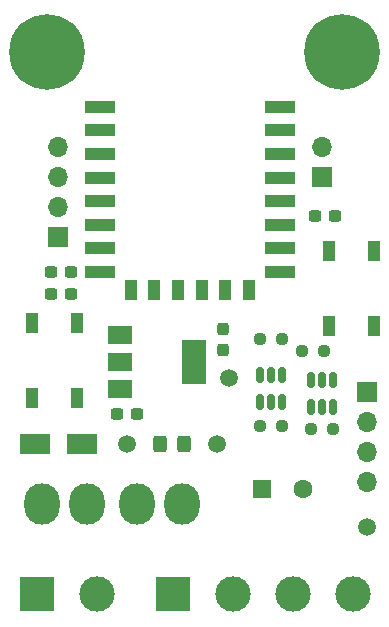
<source format=gts>
%TF.GenerationSoftware,KiCad,Pcbnew,(6.0.5)*%
%TF.CreationDate,2023-06-01T20:28:18+03:00*%
%TF.ProjectId,led-controller,6c65642d-636f-46e7-9472-6f6c6c65722e,rev?*%
%TF.SameCoordinates,Original*%
%TF.FileFunction,Soldermask,Top*%
%TF.FilePolarity,Negative*%
%FSLAX46Y46*%
G04 Gerber Fmt 4.6, Leading zero omitted, Abs format (unit mm)*
G04 Created by KiCad (PCBNEW (6.0.5)) date 2023-06-01 20:28:18*
%MOMM*%
%LPD*%
G01*
G04 APERTURE LIST*
G04 Aperture macros list*
%AMRoundRect*
0 Rectangle with rounded corners*
0 $1 Rounding radius*
0 $2 $3 $4 $5 $6 $7 $8 $9 X,Y pos of 4 corners*
0 Add a 4 corners polygon primitive as box body*
4,1,4,$2,$3,$4,$5,$6,$7,$8,$9,$2,$3,0*
0 Add four circle primitives for the rounded corners*
1,1,$1+$1,$2,$3*
1,1,$1+$1,$4,$5*
1,1,$1+$1,$6,$7*
1,1,$1+$1,$8,$9*
0 Add four rect primitives between the rounded corners*
20,1,$1+$1,$2,$3,$4,$5,0*
20,1,$1+$1,$4,$5,$6,$7,0*
20,1,$1+$1,$6,$7,$8,$9,0*
20,1,$1+$1,$8,$9,$2,$3,0*%
G04 Aperture macros list end*
%ADD10RoundRect,0.237500X-0.300000X-0.237500X0.300000X-0.237500X0.300000X0.237500X-0.300000X0.237500X0*%
%ADD11R,1.700000X1.700000*%
%ADD12O,1.700000X1.700000*%
%ADD13RoundRect,0.237500X-0.250000X-0.237500X0.250000X-0.237500X0.250000X0.237500X-0.250000X0.237500X0*%
%ADD14RoundRect,0.237500X0.237500X-0.300000X0.237500X0.300000X-0.237500X0.300000X-0.237500X-0.300000X0*%
%ADD15R,1.000000X1.700000*%
%ADD16C,1.500000*%
%ADD17RoundRect,0.237500X0.250000X0.237500X-0.250000X0.237500X-0.250000X-0.237500X0.250000X-0.237500X0*%
%ADD18R,2.500000X1.800000*%
%ADD19RoundRect,0.237500X0.300000X0.237500X-0.300000X0.237500X-0.300000X-0.237500X0.300000X-0.237500X0*%
%ADD20O,3.000000X3.500000*%
%ADD21R,1.600000X1.600000*%
%ADD22C,1.600000*%
%ADD23R,3.000000X3.000000*%
%ADD24C,3.000000*%
%ADD25C,0.800000*%
%ADD26C,6.400000*%
%ADD27RoundRect,0.150000X-0.150000X0.512500X-0.150000X-0.512500X0.150000X-0.512500X0.150000X0.512500X0*%
%ADD28R,2.000000X1.500000*%
%ADD29R,2.000000X3.800000*%
%ADD30RoundRect,0.250000X0.325000X0.450000X-0.325000X0.450000X-0.325000X-0.450000X0.325000X-0.450000X0*%
%ADD31R,2.500000X1.000000*%
%ADD32R,1.000000X1.800000*%
G04 APERTURE END LIST*
D10*
X98397500Y-104140000D03*
X100122500Y-104140000D03*
D11*
X93418000Y-89144000D03*
D12*
X93418000Y-86604000D03*
X93418000Y-84064000D03*
X93418000Y-81524000D03*
D13*
X110539500Y-97790000D03*
X112364500Y-97790000D03*
D14*
X107388000Y-98652500D03*
X107388000Y-96927500D03*
D15*
X95064000Y-96418000D03*
X95064000Y-102718000D03*
X91264000Y-96418000D03*
X91264000Y-102718000D03*
D16*
X119580000Y-113665000D03*
X99260000Y-106680000D03*
D17*
X112364500Y-105156000D03*
X110539500Y-105156000D03*
D18*
X95450000Y-106680000D03*
X91450000Y-106680000D03*
D19*
X94534500Y-93980000D03*
X92809500Y-93980000D03*
D20*
X95840000Y-111760000D03*
X92040000Y-111760000D03*
X103940000Y-111760000D03*
X100140000Y-111760000D03*
D21*
X110690000Y-110490000D03*
D22*
X114190000Y-110490000D03*
D23*
X91640000Y-119380000D03*
D24*
X96720000Y-119380000D03*
D17*
X115920500Y-98806000D03*
X114095500Y-98806000D03*
D11*
X119580000Y-102245000D03*
D12*
X119580000Y-104785000D03*
X119580000Y-107325000D03*
X119580000Y-109865000D03*
D25*
X119197056Y-75197056D03*
X117500000Y-71100000D03*
X119900000Y-73500000D03*
X117500000Y-75900000D03*
D26*
X117500000Y-73500000D03*
D25*
X115802944Y-71802944D03*
X115802944Y-75197056D03*
X119197056Y-71802944D03*
X115100000Y-73500000D03*
D17*
X116682500Y-105410000D03*
X114857500Y-105410000D03*
D27*
X112402000Y-100843500D03*
X111452000Y-100843500D03*
X110502000Y-100843500D03*
X110502000Y-103118500D03*
X111452000Y-103118500D03*
X112402000Y-103118500D03*
D10*
X115161500Y-87376000D03*
X116886500Y-87376000D03*
D19*
X94534500Y-92075000D03*
X92809500Y-92075000D03*
D16*
X107896000Y-101092000D03*
D11*
X115770000Y-84079000D03*
D12*
X115770000Y-81539000D03*
D25*
X92500000Y-71100000D03*
X90802944Y-71802944D03*
X94197056Y-71802944D03*
D26*
X92500000Y-73500000D03*
D25*
X94197056Y-75197056D03*
X94900000Y-73500000D03*
X92500000Y-75900000D03*
X90100000Y-73500000D03*
X90802944Y-75197056D03*
D27*
X116720000Y-101224500D03*
X115770000Y-101224500D03*
X114820000Y-101224500D03*
X114820000Y-103499500D03*
X115770000Y-103499500D03*
X116720000Y-103499500D03*
D28*
X98650000Y-97395000D03*
X98650000Y-99695000D03*
D29*
X104950000Y-99695000D03*
D28*
X98650000Y-101995000D03*
D30*
X104095000Y-106680000D03*
X102045000Y-106680000D03*
D15*
X116410000Y-90322000D03*
X116410000Y-96622000D03*
X120210000Y-96622000D03*
X120210000Y-90322000D03*
D23*
X103135302Y-119380000D03*
D24*
X108215302Y-119380000D03*
X113295302Y-119380000D03*
X118375302Y-119380000D03*
D31*
X96994000Y-78092000D03*
X96994000Y-80092000D03*
X96994000Y-82092000D03*
X96994000Y-84092000D03*
X96994000Y-86092000D03*
X96994000Y-88092000D03*
X96994000Y-90092000D03*
X96994000Y-92092000D03*
D32*
X99594000Y-93592000D03*
X101594000Y-93592000D03*
X103594000Y-93592000D03*
X105594000Y-93592000D03*
X107594000Y-93592000D03*
X109594000Y-93592000D03*
D31*
X112194000Y-92092000D03*
X112194000Y-90092000D03*
X112194000Y-88092000D03*
X112194000Y-86092000D03*
X112194000Y-84092000D03*
X112194000Y-82092000D03*
X112194000Y-80092000D03*
X112194000Y-78092000D03*
D16*
X106880000Y-106680000D03*
M02*

</source>
